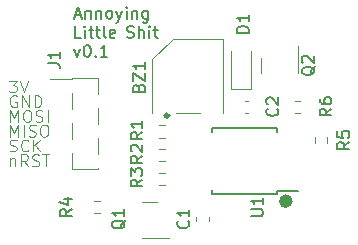
<source format=gbr>
%TF.GenerationSoftware,KiCad,Pcbnew,(7.0.0-0)*%
%TF.CreationDate,2023-10-06T17:45:21+02:00*%
%TF.ProjectId,annoying_little_shit,616e6e6f-7969-46e6-975f-6c6974746c65,rev?*%
%TF.SameCoordinates,Original*%
%TF.FileFunction,Legend,Top*%
%TF.FilePolarity,Positive*%
%FSLAX46Y46*%
G04 Gerber Fmt 4.6, Leading zero omitted, Abs format (unit mm)*
G04 Created by KiCad (PCBNEW (7.0.0-0)) date 2023-10-06 17:45:21*
%MOMM*%
%LPD*%
G01*
G04 APERTURE LIST*
%ADD10C,0.575000*%
%ADD11C,0.125000*%
%ADD12C,0.150000*%
%ADD13C,0.120000*%
%ADD14C,0.310000*%
G04 APERTURE END LIST*
D10*
X138837500Y-68500000D02*
G75*
G03*
X138837500Y-68500000I-287500J0D01*
G01*
D11*
X115238095Y-64865714D02*
X115238095Y-65532380D01*
X115238095Y-64960952D02*
X115285714Y-64913333D01*
X115285714Y-64913333D02*
X115380952Y-64865714D01*
X115380952Y-64865714D02*
X115523809Y-64865714D01*
X115523809Y-64865714D02*
X115619047Y-64913333D01*
X115619047Y-64913333D02*
X115666666Y-65008571D01*
X115666666Y-65008571D02*
X115666666Y-65532380D01*
X116714285Y-65532380D02*
X116380952Y-65056190D01*
X116142857Y-65532380D02*
X116142857Y-64532380D01*
X116142857Y-64532380D02*
X116523809Y-64532380D01*
X116523809Y-64532380D02*
X116619047Y-64580000D01*
X116619047Y-64580000D02*
X116666666Y-64627619D01*
X116666666Y-64627619D02*
X116714285Y-64722857D01*
X116714285Y-64722857D02*
X116714285Y-64865714D01*
X116714285Y-64865714D02*
X116666666Y-64960952D01*
X116666666Y-64960952D02*
X116619047Y-65008571D01*
X116619047Y-65008571D02*
X116523809Y-65056190D01*
X116523809Y-65056190D02*
X116142857Y-65056190D01*
X117095238Y-65484761D02*
X117238095Y-65532380D01*
X117238095Y-65532380D02*
X117476190Y-65532380D01*
X117476190Y-65532380D02*
X117571428Y-65484761D01*
X117571428Y-65484761D02*
X117619047Y-65437142D01*
X117619047Y-65437142D02*
X117666666Y-65341904D01*
X117666666Y-65341904D02*
X117666666Y-65246666D01*
X117666666Y-65246666D02*
X117619047Y-65151428D01*
X117619047Y-65151428D02*
X117571428Y-65103809D01*
X117571428Y-65103809D02*
X117476190Y-65056190D01*
X117476190Y-65056190D02*
X117285714Y-65008571D01*
X117285714Y-65008571D02*
X117190476Y-64960952D01*
X117190476Y-64960952D02*
X117142857Y-64913333D01*
X117142857Y-64913333D02*
X117095238Y-64818095D01*
X117095238Y-64818095D02*
X117095238Y-64722857D01*
X117095238Y-64722857D02*
X117142857Y-64627619D01*
X117142857Y-64627619D02*
X117190476Y-64580000D01*
X117190476Y-64580000D02*
X117285714Y-64532380D01*
X117285714Y-64532380D02*
X117523809Y-64532380D01*
X117523809Y-64532380D02*
X117666666Y-64580000D01*
X117952381Y-64532380D02*
X118523809Y-64532380D01*
X118238095Y-65532380D02*
X118238095Y-64532380D01*
X115190476Y-64234761D02*
X115333333Y-64282380D01*
X115333333Y-64282380D02*
X115571428Y-64282380D01*
X115571428Y-64282380D02*
X115666666Y-64234761D01*
X115666666Y-64234761D02*
X115714285Y-64187142D01*
X115714285Y-64187142D02*
X115761904Y-64091904D01*
X115761904Y-64091904D02*
X115761904Y-63996666D01*
X115761904Y-63996666D02*
X115714285Y-63901428D01*
X115714285Y-63901428D02*
X115666666Y-63853809D01*
X115666666Y-63853809D02*
X115571428Y-63806190D01*
X115571428Y-63806190D02*
X115380952Y-63758571D01*
X115380952Y-63758571D02*
X115285714Y-63710952D01*
X115285714Y-63710952D02*
X115238095Y-63663333D01*
X115238095Y-63663333D02*
X115190476Y-63568095D01*
X115190476Y-63568095D02*
X115190476Y-63472857D01*
X115190476Y-63472857D02*
X115238095Y-63377619D01*
X115238095Y-63377619D02*
X115285714Y-63330000D01*
X115285714Y-63330000D02*
X115380952Y-63282380D01*
X115380952Y-63282380D02*
X115619047Y-63282380D01*
X115619047Y-63282380D02*
X115761904Y-63330000D01*
X116761904Y-64187142D02*
X116714285Y-64234761D01*
X116714285Y-64234761D02*
X116571428Y-64282380D01*
X116571428Y-64282380D02*
X116476190Y-64282380D01*
X116476190Y-64282380D02*
X116333333Y-64234761D01*
X116333333Y-64234761D02*
X116238095Y-64139523D01*
X116238095Y-64139523D02*
X116190476Y-64044285D01*
X116190476Y-64044285D02*
X116142857Y-63853809D01*
X116142857Y-63853809D02*
X116142857Y-63710952D01*
X116142857Y-63710952D02*
X116190476Y-63520476D01*
X116190476Y-63520476D02*
X116238095Y-63425238D01*
X116238095Y-63425238D02*
X116333333Y-63330000D01*
X116333333Y-63330000D02*
X116476190Y-63282380D01*
X116476190Y-63282380D02*
X116571428Y-63282380D01*
X116571428Y-63282380D02*
X116714285Y-63330000D01*
X116714285Y-63330000D02*
X116761904Y-63377619D01*
X117190476Y-64282380D02*
X117190476Y-63282380D01*
X117761904Y-64282380D02*
X117333333Y-63710952D01*
X117761904Y-63282380D02*
X117190476Y-63853809D01*
D12*
X120690476Y-52756666D02*
X121166666Y-52756666D01*
X120595238Y-53042380D02*
X120928571Y-52042380D01*
X120928571Y-52042380D02*
X121261904Y-53042380D01*
X121595238Y-52375714D02*
X121595238Y-53042380D01*
X121595238Y-52470952D02*
X121642857Y-52423333D01*
X121642857Y-52423333D02*
X121738095Y-52375714D01*
X121738095Y-52375714D02*
X121880952Y-52375714D01*
X121880952Y-52375714D02*
X121976190Y-52423333D01*
X121976190Y-52423333D02*
X122023809Y-52518571D01*
X122023809Y-52518571D02*
X122023809Y-53042380D01*
X122500000Y-52375714D02*
X122500000Y-53042380D01*
X122500000Y-52470952D02*
X122547619Y-52423333D01*
X122547619Y-52423333D02*
X122642857Y-52375714D01*
X122642857Y-52375714D02*
X122785714Y-52375714D01*
X122785714Y-52375714D02*
X122880952Y-52423333D01*
X122880952Y-52423333D02*
X122928571Y-52518571D01*
X122928571Y-52518571D02*
X122928571Y-53042380D01*
X123547619Y-53042380D02*
X123452381Y-52994761D01*
X123452381Y-52994761D02*
X123404762Y-52947142D01*
X123404762Y-52947142D02*
X123357143Y-52851904D01*
X123357143Y-52851904D02*
X123357143Y-52566190D01*
X123357143Y-52566190D02*
X123404762Y-52470952D01*
X123404762Y-52470952D02*
X123452381Y-52423333D01*
X123452381Y-52423333D02*
X123547619Y-52375714D01*
X123547619Y-52375714D02*
X123690476Y-52375714D01*
X123690476Y-52375714D02*
X123785714Y-52423333D01*
X123785714Y-52423333D02*
X123833333Y-52470952D01*
X123833333Y-52470952D02*
X123880952Y-52566190D01*
X123880952Y-52566190D02*
X123880952Y-52851904D01*
X123880952Y-52851904D02*
X123833333Y-52947142D01*
X123833333Y-52947142D02*
X123785714Y-52994761D01*
X123785714Y-52994761D02*
X123690476Y-53042380D01*
X123690476Y-53042380D02*
X123547619Y-53042380D01*
X124214286Y-52375714D02*
X124452381Y-53042380D01*
X124690476Y-52375714D02*
X124452381Y-53042380D01*
X124452381Y-53042380D02*
X124357143Y-53280476D01*
X124357143Y-53280476D02*
X124309524Y-53328095D01*
X124309524Y-53328095D02*
X124214286Y-53375714D01*
X125071429Y-53042380D02*
X125071429Y-52375714D01*
X125071429Y-52042380D02*
X125023810Y-52090000D01*
X125023810Y-52090000D02*
X125071429Y-52137619D01*
X125071429Y-52137619D02*
X125119048Y-52090000D01*
X125119048Y-52090000D02*
X125071429Y-52042380D01*
X125071429Y-52042380D02*
X125071429Y-52137619D01*
X125547619Y-52375714D02*
X125547619Y-53042380D01*
X125547619Y-52470952D02*
X125595238Y-52423333D01*
X125595238Y-52423333D02*
X125690476Y-52375714D01*
X125690476Y-52375714D02*
X125833333Y-52375714D01*
X125833333Y-52375714D02*
X125928571Y-52423333D01*
X125928571Y-52423333D02*
X125976190Y-52518571D01*
X125976190Y-52518571D02*
X125976190Y-53042380D01*
X126880952Y-52375714D02*
X126880952Y-53185238D01*
X126880952Y-53185238D02*
X126833333Y-53280476D01*
X126833333Y-53280476D02*
X126785714Y-53328095D01*
X126785714Y-53328095D02*
X126690476Y-53375714D01*
X126690476Y-53375714D02*
X126547619Y-53375714D01*
X126547619Y-53375714D02*
X126452381Y-53328095D01*
X126880952Y-52994761D02*
X126785714Y-53042380D01*
X126785714Y-53042380D02*
X126595238Y-53042380D01*
X126595238Y-53042380D02*
X126500000Y-52994761D01*
X126500000Y-52994761D02*
X126452381Y-52947142D01*
X126452381Y-52947142D02*
X126404762Y-52851904D01*
X126404762Y-52851904D02*
X126404762Y-52566190D01*
X126404762Y-52566190D02*
X126452381Y-52470952D01*
X126452381Y-52470952D02*
X126500000Y-52423333D01*
X126500000Y-52423333D02*
X126595238Y-52375714D01*
X126595238Y-52375714D02*
X126785714Y-52375714D01*
X126785714Y-52375714D02*
X126880952Y-52423333D01*
X121214285Y-54662380D02*
X120738095Y-54662380D01*
X120738095Y-54662380D02*
X120738095Y-53662380D01*
X121547619Y-54662380D02*
X121547619Y-53995714D01*
X121547619Y-53662380D02*
X121500000Y-53710000D01*
X121500000Y-53710000D02*
X121547619Y-53757619D01*
X121547619Y-53757619D02*
X121595238Y-53710000D01*
X121595238Y-53710000D02*
X121547619Y-53662380D01*
X121547619Y-53662380D02*
X121547619Y-53757619D01*
X121880952Y-53995714D02*
X122261904Y-53995714D01*
X122023809Y-53662380D02*
X122023809Y-54519523D01*
X122023809Y-54519523D02*
X122071428Y-54614761D01*
X122071428Y-54614761D02*
X122166666Y-54662380D01*
X122166666Y-54662380D02*
X122261904Y-54662380D01*
X122452381Y-53995714D02*
X122833333Y-53995714D01*
X122595238Y-53662380D02*
X122595238Y-54519523D01*
X122595238Y-54519523D02*
X122642857Y-54614761D01*
X122642857Y-54614761D02*
X122738095Y-54662380D01*
X122738095Y-54662380D02*
X122833333Y-54662380D01*
X123309524Y-54662380D02*
X123214286Y-54614761D01*
X123214286Y-54614761D02*
X123166667Y-54519523D01*
X123166667Y-54519523D02*
X123166667Y-53662380D01*
X124071429Y-54614761D02*
X123976191Y-54662380D01*
X123976191Y-54662380D02*
X123785715Y-54662380D01*
X123785715Y-54662380D02*
X123690477Y-54614761D01*
X123690477Y-54614761D02*
X123642858Y-54519523D01*
X123642858Y-54519523D02*
X123642858Y-54138571D01*
X123642858Y-54138571D02*
X123690477Y-54043333D01*
X123690477Y-54043333D02*
X123785715Y-53995714D01*
X123785715Y-53995714D02*
X123976191Y-53995714D01*
X123976191Y-53995714D02*
X124071429Y-54043333D01*
X124071429Y-54043333D02*
X124119048Y-54138571D01*
X124119048Y-54138571D02*
X124119048Y-54233809D01*
X124119048Y-54233809D02*
X123642858Y-54329047D01*
X125100001Y-54614761D02*
X125242858Y-54662380D01*
X125242858Y-54662380D02*
X125480953Y-54662380D01*
X125480953Y-54662380D02*
X125576191Y-54614761D01*
X125576191Y-54614761D02*
X125623810Y-54567142D01*
X125623810Y-54567142D02*
X125671429Y-54471904D01*
X125671429Y-54471904D02*
X125671429Y-54376666D01*
X125671429Y-54376666D02*
X125623810Y-54281428D01*
X125623810Y-54281428D02*
X125576191Y-54233809D01*
X125576191Y-54233809D02*
X125480953Y-54186190D01*
X125480953Y-54186190D02*
X125290477Y-54138571D01*
X125290477Y-54138571D02*
X125195239Y-54090952D01*
X125195239Y-54090952D02*
X125147620Y-54043333D01*
X125147620Y-54043333D02*
X125100001Y-53948095D01*
X125100001Y-53948095D02*
X125100001Y-53852857D01*
X125100001Y-53852857D02*
X125147620Y-53757619D01*
X125147620Y-53757619D02*
X125195239Y-53710000D01*
X125195239Y-53710000D02*
X125290477Y-53662380D01*
X125290477Y-53662380D02*
X125528572Y-53662380D01*
X125528572Y-53662380D02*
X125671429Y-53710000D01*
X126100001Y-54662380D02*
X126100001Y-53662380D01*
X126528572Y-54662380D02*
X126528572Y-54138571D01*
X126528572Y-54138571D02*
X126480953Y-54043333D01*
X126480953Y-54043333D02*
X126385715Y-53995714D01*
X126385715Y-53995714D02*
X126242858Y-53995714D01*
X126242858Y-53995714D02*
X126147620Y-54043333D01*
X126147620Y-54043333D02*
X126100001Y-54090952D01*
X127004763Y-54662380D02*
X127004763Y-53995714D01*
X127004763Y-53662380D02*
X126957144Y-53710000D01*
X126957144Y-53710000D02*
X127004763Y-53757619D01*
X127004763Y-53757619D02*
X127052382Y-53710000D01*
X127052382Y-53710000D02*
X127004763Y-53662380D01*
X127004763Y-53662380D02*
X127004763Y-53757619D01*
X127338096Y-53995714D02*
X127719048Y-53995714D01*
X127480953Y-53662380D02*
X127480953Y-54519523D01*
X127480953Y-54519523D02*
X127528572Y-54614761D01*
X127528572Y-54614761D02*
X127623810Y-54662380D01*
X127623810Y-54662380D02*
X127719048Y-54662380D01*
X120642857Y-55615714D02*
X120880952Y-56282380D01*
X120880952Y-56282380D02*
X121119047Y-55615714D01*
X121690476Y-55282380D02*
X121785714Y-55282380D01*
X121785714Y-55282380D02*
X121880952Y-55330000D01*
X121880952Y-55330000D02*
X121928571Y-55377619D01*
X121928571Y-55377619D02*
X121976190Y-55472857D01*
X121976190Y-55472857D02*
X122023809Y-55663333D01*
X122023809Y-55663333D02*
X122023809Y-55901428D01*
X122023809Y-55901428D02*
X121976190Y-56091904D01*
X121976190Y-56091904D02*
X121928571Y-56187142D01*
X121928571Y-56187142D02*
X121880952Y-56234761D01*
X121880952Y-56234761D02*
X121785714Y-56282380D01*
X121785714Y-56282380D02*
X121690476Y-56282380D01*
X121690476Y-56282380D02*
X121595238Y-56234761D01*
X121595238Y-56234761D02*
X121547619Y-56187142D01*
X121547619Y-56187142D02*
X121500000Y-56091904D01*
X121500000Y-56091904D02*
X121452381Y-55901428D01*
X121452381Y-55901428D02*
X121452381Y-55663333D01*
X121452381Y-55663333D02*
X121500000Y-55472857D01*
X121500000Y-55472857D02*
X121547619Y-55377619D01*
X121547619Y-55377619D02*
X121595238Y-55330000D01*
X121595238Y-55330000D02*
X121690476Y-55282380D01*
X122452381Y-56187142D02*
X122500000Y-56234761D01*
X122500000Y-56234761D02*
X122452381Y-56282380D01*
X122452381Y-56282380D02*
X122404762Y-56234761D01*
X122404762Y-56234761D02*
X122452381Y-56187142D01*
X122452381Y-56187142D02*
X122452381Y-56282380D01*
X123452380Y-56282380D02*
X122880952Y-56282380D01*
X123166666Y-56282380D02*
X123166666Y-55282380D01*
X123166666Y-55282380D02*
X123071428Y-55425238D01*
X123071428Y-55425238D02*
X122976190Y-55520476D01*
X122976190Y-55520476D02*
X122880952Y-55568095D01*
D11*
X115142857Y-58282380D02*
X115761904Y-58282380D01*
X115761904Y-58282380D02*
X115428571Y-58663333D01*
X115428571Y-58663333D02*
X115571428Y-58663333D01*
X115571428Y-58663333D02*
X115666666Y-58710952D01*
X115666666Y-58710952D02*
X115714285Y-58758571D01*
X115714285Y-58758571D02*
X115761904Y-58853809D01*
X115761904Y-58853809D02*
X115761904Y-59091904D01*
X115761904Y-59091904D02*
X115714285Y-59187142D01*
X115714285Y-59187142D02*
X115666666Y-59234761D01*
X115666666Y-59234761D02*
X115571428Y-59282380D01*
X115571428Y-59282380D02*
X115285714Y-59282380D01*
X115285714Y-59282380D02*
X115190476Y-59234761D01*
X115190476Y-59234761D02*
X115142857Y-59187142D01*
X116047619Y-58282380D02*
X116380952Y-59282380D01*
X116380952Y-59282380D02*
X116714285Y-58282380D01*
X115238095Y-63032380D02*
X115238095Y-62032380D01*
X115238095Y-62032380D02*
X115571428Y-62746666D01*
X115571428Y-62746666D02*
X115904761Y-62032380D01*
X115904761Y-62032380D02*
X115904761Y-63032380D01*
X116380952Y-63032380D02*
X116380952Y-62032380D01*
X116809523Y-62984761D02*
X116952380Y-63032380D01*
X116952380Y-63032380D02*
X117190475Y-63032380D01*
X117190475Y-63032380D02*
X117285713Y-62984761D01*
X117285713Y-62984761D02*
X117333332Y-62937142D01*
X117333332Y-62937142D02*
X117380951Y-62841904D01*
X117380951Y-62841904D02*
X117380951Y-62746666D01*
X117380951Y-62746666D02*
X117333332Y-62651428D01*
X117333332Y-62651428D02*
X117285713Y-62603809D01*
X117285713Y-62603809D02*
X117190475Y-62556190D01*
X117190475Y-62556190D02*
X116999999Y-62508571D01*
X116999999Y-62508571D02*
X116904761Y-62460952D01*
X116904761Y-62460952D02*
X116857142Y-62413333D01*
X116857142Y-62413333D02*
X116809523Y-62318095D01*
X116809523Y-62318095D02*
X116809523Y-62222857D01*
X116809523Y-62222857D02*
X116857142Y-62127619D01*
X116857142Y-62127619D02*
X116904761Y-62080000D01*
X116904761Y-62080000D02*
X116999999Y-62032380D01*
X116999999Y-62032380D02*
X117238094Y-62032380D01*
X117238094Y-62032380D02*
X117380951Y-62080000D01*
X117999999Y-62032380D02*
X118190475Y-62032380D01*
X118190475Y-62032380D02*
X118285713Y-62080000D01*
X118285713Y-62080000D02*
X118380951Y-62175238D01*
X118380951Y-62175238D02*
X118428570Y-62365714D01*
X118428570Y-62365714D02*
X118428570Y-62699047D01*
X118428570Y-62699047D02*
X118380951Y-62889523D01*
X118380951Y-62889523D02*
X118285713Y-62984761D01*
X118285713Y-62984761D02*
X118190475Y-63032380D01*
X118190475Y-63032380D02*
X117999999Y-63032380D01*
X117999999Y-63032380D02*
X117904761Y-62984761D01*
X117904761Y-62984761D02*
X117809523Y-62889523D01*
X117809523Y-62889523D02*
X117761904Y-62699047D01*
X117761904Y-62699047D02*
X117761904Y-62365714D01*
X117761904Y-62365714D02*
X117809523Y-62175238D01*
X117809523Y-62175238D02*
X117904761Y-62080000D01*
X117904761Y-62080000D02*
X117999999Y-62032380D01*
X115761904Y-59580000D02*
X115666666Y-59532380D01*
X115666666Y-59532380D02*
X115523809Y-59532380D01*
X115523809Y-59532380D02*
X115380952Y-59580000D01*
X115380952Y-59580000D02*
X115285714Y-59675238D01*
X115285714Y-59675238D02*
X115238095Y-59770476D01*
X115238095Y-59770476D02*
X115190476Y-59960952D01*
X115190476Y-59960952D02*
X115190476Y-60103809D01*
X115190476Y-60103809D02*
X115238095Y-60294285D01*
X115238095Y-60294285D02*
X115285714Y-60389523D01*
X115285714Y-60389523D02*
X115380952Y-60484761D01*
X115380952Y-60484761D02*
X115523809Y-60532380D01*
X115523809Y-60532380D02*
X115619047Y-60532380D01*
X115619047Y-60532380D02*
X115761904Y-60484761D01*
X115761904Y-60484761D02*
X115809523Y-60437142D01*
X115809523Y-60437142D02*
X115809523Y-60103809D01*
X115809523Y-60103809D02*
X115619047Y-60103809D01*
X116238095Y-60532380D02*
X116238095Y-59532380D01*
X116238095Y-59532380D02*
X116809523Y-60532380D01*
X116809523Y-60532380D02*
X116809523Y-59532380D01*
X117285714Y-60532380D02*
X117285714Y-59532380D01*
X117285714Y-59532380D02*
X117523809Y-59532380D01*
X117523809Y-59532380D02*
X117666666Y-59580000D01*
X117666666Y-59580000D02*
X117761904Y-59675238D01*
X117761904Y-59675238D02*
X117809523Y-59770476D01*
X117809523Y-59770476D02*
X117857142Y-59960952D01*
X117857142Y-59960952D02*
X117857142Y-60103809D01*
X117857142Y-60103809D02*
X117809523Y-60294285D01*
X117809523Y-60294285D02*
X117761904Y-60389523D01*
X117761904Y-60389523D02*
X117666666Y-60484761D01*
X117666666Y-60484761D02*
X117523809Y-60532380D01*
X117523809Y-60532380D02*
X117285714Y-60532380D01*
X115238095Y-61782380D02*
X115238095Y-60782380D01*
X115238095Y-60782380D02*
X115571428Y-61496666D01*
X115571428Y-61496666D02*
X115904761Y-60782380D01*
X115904761Y-60782380D02*
X115904761Y-61782380D01*
X116571428Y-60782380D02*
X116761904Y-60782380D01*
X116761904Y-60782380D02*
X116857142Y-60830000D01*
X116857142Y-60830000D02*
X116952380Y-60925238D01*
X116952380Y-60925238D02*
X116999999Y-61115714D01*
X116999999Y-61115714D02*
X116999999Y-61449047D01*
X116999999Y-61449047D02*
X116952380Y-61639523D01*
X116952380Y-61639523D02*
X116857142Y-61734761D01*
X116857142Y-61734761D02*
X116761904Y-61782380D01*
X116761904Y-61782380D02*
X116571428Y-61782380D01*
X116571428Y-61782380D02*
X116476190Y-61734761D01*
X116476190Y-61734761D02*
X116380952Y-61639523D01*
X116380952Y-61639523D02*
X116333333Y-61449047D01*
X116333333Y-61449047D02*
X116333333Y-61115714D01*
X116333333Y-61115714D02*
X116380952Y-60925238D01*
X116380952Y-60925238D02*
X116476190Y-60830000D01*
X116476190Y-60830000D02*
X116571428Y-60782380D01*
X117380952Y-61734761D02*
X117523809Y-61782380D01*
X117523809Y-61782380D02*
X117761904Y-61782380D01*
X117761904Y-61782380D02*
X117857142Y-61734761D01*
X117857142Y-61734761D02*
X117904761Y-61687142D01*
X117904761Y-61687142D02*
X117952380Y-61591904D01*
X117952380Y-61591904D02*
X117952380Y-61496666D01*
X117952380Y-61496666D02*
X117904761Y-61401428D01*
X117904761Y-61401428D02*
X117857142Y-61353809D01*
X117857142Y-61353809D02*
X117761904Y-61306190D01*
X117761904Y-61306190D02*
X117571428Y-61258571D01*
X117571428Y-61258571D02*
X117476190Y-61210952D01*
X117476190Y-61210952D02*
X117428571Y-61163333D01*
X117428571Y-61163333D02*
X117380952Y-61068095D01*
X117380952Y-61068095D02*
X117380952Y-60972857D01*
X117380952Y-60972857D02*
X117428571Y-60877619D01*
X117428571Y-60877619D02*
X117476190Y-60830000D01*
X117476190Y-60830000D02*
X117571428Y-60782380D01*
X117571428Y-60782380D02*
X117809523Y-60782380D01*
X117809523Y-60782380D02*
X117952380Y-60830000D01*
X118380952Y-61782380D02*
X118380952Y-60782380D01*
D12*
%TO.C,R6*%
X142417380Y-60666666D02*
X141941190Y-60999999D01*
X142417380Y-61238094D02*
X141417380Y-61238094D01*
X141417380Y-61238094D02*
X141417380Y-60857142D01*
X141417380Y-60857142D02*
X141465000Y-60761904D01*
X141465000Y-60761904D02*
X141512619Y-60714285D01*
X141512619Y-60714285D02*
X141607857Y-60666666D01*
X141607857Y-60666666D02*
X141750714Y-60666666D01*
X141750714Y-60666666D02*
X141845952Y-60714285D01*
X141845952Y-60714285D02*
X141893571Y-60761904D01*
X141893571Y-60761904D02*
X141941190Y-60857142D01*
X141941190Y-60857142D02*
X141941190Y-61238094D01*
X141417380Y-59809523D02*
X141417380Y-59999999D01*
X141417380Y-59999999D02*
X141465000Y-60095237D01*
X141465000Y-60095237D02*
X141512619Y-60142856D01*
X141512619Y-60142856D02*
X141655476Y-60238094D01*
X141655476Y-60238094D02*
X141845952Y-60285713D01*
X141845952Y-60285713D02*
X142226904Y-60285713D01*
X142226904Y-60285713D02*
X142322142Y-60238094D01*
X142322142Y-60238094D02*
X142369761Y-60190475D01*
X142369761Y-60190475D02*
X142417380Y-60095237D01*
X142417380Y-60095237D02*
X142417380Y-59904761D01*
X142417380Y-59904761D02*
X142369761Y-59809523D01*
X142369761Y-59809523D02*
X142322142Y-59761904D01*
X142322142Y-59761904D02*
X142226904Y-59714285D01*
X142226904Y-59714285D02*
X141988809Y-59714285D01*
X141988809Y-59714285D02*
X141893571Y-59761904D01*
X141893571Y-59761904D02*
X141845952Y-59809523D01*
X141845952Y-59809523D02*
X141798333Y-59904761D01*
X141798333Y-59904761D02*
X141798333Y-60095237D01*
X141798333Y-60095237D02*
X141845952Y-60190475D01*
X141845952Y-60190475D02*
X141893571Y-60238094D01*
X141893571Y-60238094D02*
X141988809Y-60285713D01*
%TO.C,R5*%
X143917380Y-63491666D02*
X143441190Y-63824999D01*
X143917380Y-64063094D02*
X142917380Y-64063094D01*
X142917380Y-64063094D02*
X142917380Y-63682142D01*
X142917380Y-63682142D02*
X142965000Y-63586904D01*
X142965000Y-63586904D02*
X143012619Y-63539285D01*
X143012619Y-63539285D02*
X143107857Y-63491666D01*
X143107857Y-63491666D02*
X143250714Y-63491666D01*
X143250714Y-63491666D02*
X143345952Y-63539285D01*
X143345952Y-63539285D02*
X143393571Y-63586904D01*
X143393571Y-63586904D02*
X143441190Y-63682142D01*
X143441190Y-63682142D02*
X143441190Y-64063094D01*
X142917380Y-62586904D02*
X142917380Y-63063094D01*
X142917380Y-63063094D02*
X143393571Y-63110713D01*
X143393571Y-63110713D02*
X143345952Y-63063094D01*
X143345952Y-63063094D02*
X143298333Y-62967856D01*
X143298333Y-62967856D02*
X143298333Y-62729761D01*
X143298333Y-62729761D02*
X143345952Y-62634523D01*
X143345952Y-62634523D02*
X143393571Y-62586904D01*
X143393571Y-62586904D02*
X143488809Y-62539285D01*
X143488809Y-62539285D02*
X143726904Y-62539285D01*
X143726904Y-62539285D02*
X143822142Y-62586904D01*
X143822142Y-62586904D02*
X143869761Y-62634523D01*
X143869761Y-62634523D02*
X143917380Y-62729761D01*
X143917380Y-62729761D02*
X143917380Y-62967856D01*
X143917380Y-62967856D02*
X143869761Y-63063094D01*
X143869761Y-63063094D02*
X143822142Y-63110713D01*
%TO.C,C2*%
X137822142Y-60666666D02*
X137869761Y-60714285D01*
X137869761Y-60714285D02*
X137917380Y-60857142D01*
X137917380Y-60857142D02*
X137917380Y-60952380D01*
X137917380Y-60952380D02*
X137869761Y-61095237D01*
X137869761Y-61095237D02*
X137774523Y-61190475D01*
X137774523Y-61190475D02*
X137679285Y-61238094D01*
X137679285Y-61238094D02*
X137488809Y-61285713D01*
X137488809Y-61285713D02*
X137345952Y-61285713D01*
X137345952Y-61285713D02*
X137155476Y-61238094D01*
X137155476Y-61238094D02*
X137060238Y-61190475D01*
X137060238Y-61190475D02*
X136965000Y-61095237D01*
X136965000Y-61095237D02*
X136917380Y-60952380D01*
X136917380Y-60952380D02*
X136917380Y-60857142D01*
X136917380Y-60857142D02*
X136965000Y-60714285D01*
X136965000Y-60714285D02*
X137012619Y-60666666D01*
X137012619Y-60285713D02*
X136965000Y-60238094D01*
X136965000Y-60238094D02*
X136917380Y-60142856D01*
X136917380Y-60142856D02*
X136917380Y-59904761D01*
X136917380Y-59904761D02*
X136965000Y-59809523D01*
X136965000Y-59809523D02*
X137012619Y-59761904D01*
X137012619Y-59761904D02*
X137107857Y-59714285D01*
X137107857Y-59714285D02*
X137203095Y-59714285D01*
X137203095Y-59714285D02*
X137345952Y-59761904D01*
X137345952Y-59761904D02*
X137917380Y-60333332D01*
X137917380Y-60333332D02*
X137917380Y-59714285D01*
%TO.C,U1*%
X135617380Y-69761904D02*
X136426904Y-69761904D01*
X136426904Y-69761904D02*
X136522142Y-69714285D01*
X136522142Y-69714285D02*
X136569761Y-69666666D01*
X136569761Y-69666666D02*
X136617380Y-69571428D01*
X136617380Y-69571428D02*
X136617380Y-69380952D01*
X136617380Y-69380952D02*
X136569761Y-69285714D01*
X136569761Y-69285714D02*
X136522142Y-69238095D01*
X136522142Y-69238095D02*
X136426904Y-69190476D01*
X136426904Y-69190476D02*
X135617380Y-69190476D01*
X136617380Y-68190476D02*
X136617380Y-68761904D01*
X136617380Y-68476190D02*
X135617380Y-68476190D01*
X135617380Y-68476190D02*
X135760238Y-68571428D01*
X135760238Y-68571428D02*
X135855476Y-68666666D01*
X135855476Y-68666666D02*
X135903095Y-68761904D01*
%TO.C,R1*%
X126417380Y-62666666D02*
X125941190Y-62999999D01*
X126417380Y-63238094D02*
X125417380Y-63238094D01*
X125417380Y-63238094D02*
X125417380Y-62857142D01*
X125417380Y-62857142D02*
X125465000Y-62761904D01*
X125465000Y-62761904D02*
X125512619Y-62714285D01*
X125512619Y-62714285D02*
X125607857Y-62666666D01*
X125607857Y-62666666D02*
X125750714Y-62666666D01*
X125750714Y-62666666D02*
X125845952Y-62714285D01*
X125845952Y-62714285D02*
X125893571Y-62761904D01*
X125893571Y-62761904D02*
X125941190Y-62857142D01*
X125941190Y-62857142D02*
X125941190Y-63238094D01*
X126417380Y-61714285D02*
X126417380Y-62285713D01*
X126417380Y-61999999D02*
X125417380Y-61999999D01*
X125417380Y-61999999D02*
X125560238Y-62095237D01*
X125560238Y-62095237D02*
X125655476Y-62190475D01*
X125655476Y-62190475D02*
X125703095Y-62285713D01*
%TO.C,BZ1*%
X126093571Y-58880952D02*
X126141190Y-58738095D01*
X126141190Y-58738095D02*
X126188809Y-58690476D01*
X126188809Y-58690476D02*
X126284047Y-58642857D01*
X126284047Y-58642857D02*
X126426904Y-58642857D01*
X126426904Y-58642857D02*
X126522142Y-58690476D01*
X126522142Y-58690476D02*
X126569761Y-58738095D01*
X126569761Y-58738095D02*
X126617380Y-58833333D01*
X126617380Y-58833333D02*
X126617380Y-59214285D01*
X126617380Y-59214285D02*
X125617380Y-59214285D01*
X125617380Y-59214285D02*
X125617380Y-58880952D01*
X125617380Y-58880952D02*
X125665000Y-58785714D01*
X125665000Y-58785714D02*
X125712619Y-58738095D01*
X125712619Y-58738095D02*
X125807857Y-58690476D01*
X125807857Y-58690476D02*
X125903095Y-58690476D01*
X125903095Y-58690476D02*
X125998333Y-58738095D01*
X125998333Y-58738095D02*
X126045952Y-58785714D01*
X126045952Y-58785714D02*
X126093571Y-58880952D01*
X126093571Y-58880952D02*
X126093571Y-59214285D01*
X125617380Y-58309523D02*
X125617380Y-57642857D01*
X125617380Y-57642857D02*
X126617380Y-58309523D01*
X126617380Y-58309523D02*
X126617380Y-57642857D01*
X126617380Y-56738095D02*
X126617380Y-57309523D01*
X126617380Y-57023809D02*
X125617380Y-57023809D01*
X125617380Y-57023809D02*
X125760238Y-57119047D01*
X125760238Y-57119047D02*
X125855476Y-57214285D01*
X125855476Y-57214285D02*
X125903095Y-57309523D01*
%TO.C,J1*%
X118417380Y-56833333D02*
X119131666Y-56833333D01*
X119131666Y-56833333D02*
X119274523Y-56880952D01*
X119274523Y-56880952D02*
X119369761Y-56976190D01*
X119369761Y-56976190D02*
X119417380Y-57119047D01*
X119417380Y-57119047D02*
X119417380Y-57214285D01*
X119417380Y-55833333D02*
X119417380Y-56404761D01*
X119417380Y-56119047D02*
X118417380Y-56119047D01*
X118417380Y-56119047D02*
X118560238Y-56214285D01*
X118560238Y-56214285D02*
X118655476Y-56309523D01*
X118655476Y-56309523D02*
X118703095Y-56404761D01*
%TO.C,R4*%
X120417380Y-69166666D02*
X119941190Y-69499999D01*
X120417380Y-69738094D02*
X119417380Y-69738094D01*
X119417380Y-69738094D02*
X119417380Y-69357142D01*
X119417380Y-69357142D02*
X119465000Y-69261904D01*
X119465000Y-69261904D02*
X119512619Y-69214285D01*
X119512619Y-69214285D02*
X119607857Y-69166666D01*
X119607857Y-69166666D02*
X119750714Y-69166666D01*
X119750714Y-69166666D02*
X119845952Y-69214285D01*
X119845952Y-69214285D02*
X119893571Y-69261904D01*
X119893571Y-69261904D02*
X119941190Y-69357142D01*
X119941190Y-69357142D02*
X119941190Y-69738094D01*
X119750714Y-68309523D02*
X120417380Y-68309523D01*
X119369761Y-68547618D02*
X120084047Y-68785713D01*
X120084047Y-68785713D02*
X120084047Y-68166666D01*
%TO.C,Q1*%
X124962619Y-70095238D02*
X124915000Y-70190476D01*
X124915000Y-70190476D02*
X124819761Y-70285714D01*
X124819761Y-70285714D02*
X124676904Y-70428571D01*
X124676904Y-70428571D02*
X124629285Y-70523809D01*
X124629285Y-70523809D02*
X124629285Y-70619047D01*
X124867380Y-70571428D02*
X124819761Y-70666666D01*
X124819761Y-70666666D02*
X124724523Y-70761904D01*
X124724523Y-70761904D02*
X124534047Y-70809523D01*
X124534047Y-70809523D02*
X124200714Y-70809523D01*
X124200714Y-70809523D02*
X124010238Y-70761904D01*
X124010238Y-70761904D02*
X123915000Y-70666666D01*
X123915000Y-70666666D02*
X123867380Y-70571428D01*
X123867380Y-70571428D02*
X123867380Y-70380952D01*
X123867380Y-70380952D02*
X123915000Y-70285714D01*
X123915000Y-70285714D02*
X124010238Y-70190476D01*
X124010238Y-70190476D02*
X124200714Y-70142857D01*
X124200714Y-70142857D02*
X124534047Y-70142857D01*
X124534047Y-70142857D02*
X124724523Y-70190476D01*
X124724523Y-70190476D02*
X124819761Y-70285714D01*
X124819761Y-70285714D02*
X124867380Y-70380952D01*
X124867380Y-70380952D02*
X124867380Y-70571428D01*
X124867380Y-69190476D02*
X124867380Y-69761904D01*
X124867380Y-69476190D02*
X123867380Y-69476190D01*
X123867380Y-69476190D02*
X124010238Y-69571428D01*
X124010238Y-69571428D02*
X124105476Y-69666666D01*
X124105476Y-69666666D02*
X124153095Y-69761904D01*
%TO.C,Q2*%
X141012619Y-57095238D02*
X140965000Y-57190476D01*
X140965000Y-57190476D02*
X140869761Y-57285714D01*
X140869761Y-57285714D02*
X140726904Y-57428571D01*
X140726904Y-57428571D02*
X140679285Y-57523809D01*
X140679285Y-57523809D02*
X140679285Y-57619047D01*
X140917380Y-57571428D02*
X140869761Y-57666666D01*
X140869761Y-57666666D02*
X140774523Y-57761904D01*
X140774523Y-57761904D02*
X140584047Y-57809523D01*
X140584047Y-57809523D02*
X140250714Y-57809523D01*
X140250714Y-57809523D02*
X140060238Y-57761904D01*
X140060238Y-57761904D02*
X139965000Y-57666666D01*
X139965000Y-57666666D02*
X139917380Y-57571428D01*
X139917380Y-57571428D02*
X139917380Y-57380952D01*
X139917380Y-57380952D02*
X139965000Y-57285714D01*
X139965000Y-57285714D02*
X140060238Y-57190476D01*
X140060238Y-57190476D02*
X140250714Y-57142857D01*
X140250714Y-57142857D02*
X140584047Y-57142857D01*
X140584047Y-57142857D02*
X140774523Y-57190476D01*
X140774523Y-57190476D02*
X140869761Y-57285714D01*
X140869761Y-57285714D02*
X140917380Y-57380952D01*
X140917380Y-57380952D02*
X140917380Y-57571428D01*
X140012619Y-56761904D02*
X139965000Y-56714285D01*
X139965000Y-56714285D02*
X139917380Y-56619047D01*
X139917380Y-56619047D02*
X139917380Y-56380952D01*
X139917380Y-56380952D02*
X139965000Y-56285714D01*
X139965000Y-56285714D02*
X140012619Y-56238095D01*
X140012619Y-56238095D02*
X140107857Y-56190476D01*
X140107857Y-56190476D02*
X140203095Y-56190476D01*
X140203095Y-56190476D02*
X140345952Y-56238095D01*
X140345952Y-56238095D02*
X140917380Y-56809523D01*
X140917380Y-56809523D02*
X140917380Y-56190476D01*
%TO.C,R3*%
X126417380Y-66666666D02*
X125941190Y-66999999D01*
X126417380Y-67238094D02*
X125417380Y-67238094D01*
X125417380Y-67238094D02*
X125417380Y-66857142D01*
X125417380Y-66857142D02*
X125465000Y-66761904D01*
X125465000Y-66761904D02*
X125512619Y-66714285D01*
X125512619Y-66714285D02*
X125607857Y-66666666D01*
X125607857Y-66666666D02*
X125750714Y-66666666D01*
X125750714Y-66666666D02*
X125845952Y-66714285D01*
X125845952Y-66714285D02*
X125893571Y-66761904D01*
X125893571Y-66761904D02*
X125941190Y-66857142D01*
X125941190Y-66857142D02*
X125941190Y-67238094D01*
X125417380Y-66333332D02*
X125417380Y-65714285D01*
X125417380Y-65714285D02*
X125798333Y-66047618D01*
X125798333Y-66047618D02*
X125798333Y-65904761D01*
X125798333Y-65904761D02*
X125845952Y-65809523D01*
X125845952Y-65809523D02*
X125893571Y-65761904D01*
X125893571Y-65761904D02*
X125988809Y-65714285D01*
X125988809Y-65714285D02*
X126226904Y-65714285D01*
X126226904Y-65714285D02*
X126322142Y-65761904D01*
X126322142Y-65761904D02*
X126369761Y-65809523D01*
X126369761Y-65809523D02*
X126417380Y-65904761D01*
X126417380Y-65904761D02*
X126417380Y-66190475D01*
X126417380Y-66190475D02*
X126369761Y-66285713D01*
X126369761Y-66285713D02*
X126322142Y-66333332D01*
%TO.C,D1*%
X135417380Y-54238094D02*
X134417380Y-54238094D01*
X134417380Y-54238094D02*
X134417380Y-53999999D01*
X134417380Y-53999999D02*
X134465000Y-53857142D01*
X134465000Y-53857142D02*
X134560238Y-53761904D01*
X134560238Y-53761904D02*
X134655476Y-53714285D01*
X134655476Y-53714285D02*
X134845952Y-53666666D01*
X134845952Y-53666666D02*
X134988809Y-53666666D01*
X134988809Y-53666666D02*
X135179285Y-53714285D01*
X135179285Y-53714285D02*
X135274523Y-53761904D01*
X135274523Y-53761904D02*
X135369761Y-53857142D01*
X135369761Y-53857142D02*
X135417380Y-53999999D01*
X135417380Y-53999999D02*
X135417380Y-54238094D01*
X135417380Y-52714285D02*
X135417380Y-53285713D01*
X135417380Y-52999999D02*
X134417380Y-52999999D01*
X134417380Y-52999999D02*
X134560238Y-53095237D01*
X134560238Y-53095237D02*
X134655476Y-53190475D01*
X134655476Y-53190475D02*
X134703095Y-53285713D01*
%TO.C,C1*%
X130272142Y-70166666D02*
X130319761Y-70214285D01*
X130319761Y-70214285D02*
X130367380Y-70357142D01*
X130367380Y-70357142D02*
X130367380Y-70452380D01*
X130367380Y-70452380D02*
X130319761Y-70595237D01*
X130319761Y-70595237D02*
X130224523Y-70690475D01*
X130224523Y-70690475D02*
X130129285Y-70738094D01*
X130129285Y-70738094D02*
X129938809Y-70785713D01*
X129938809Y-70785713D02*
X129795952Y-70785713D01*
X129795952Y-70785713D02*
X129605476Y-70738094D01*
X129605476Y-70738094D02*
X129510238Y-70690475D01*
X129510238Y-70690475D02*
X129415000Y-70595237D01*
X129415000Y-70595237D02*
X129367380Y-70452380D01*
X129367380Y-70452380D02*
X129367380Y-70357142D01*
X129367380Y-70357142D02*
X129415000Y-70214285D01*
X129415000Y-70214285D02*
X129462619Y-70166666D01*
X130367380Y-69214285D02*
X130367380Y-69785713D01*
X130367380Y-69499999D02*
X129367380Y-69499999D01*
X129367380Y-69499999D02*
X129510238Y-69595237D01*
X129510238Y-69595237D02*
X129605476Y-69690475D01*
X129605476Y-69690475D02*
X129653095Y-69785713D01*
%TO.C,R2*%
X126417380Y-64666666D02*
X125941190Y-64999999D01*
X126417380Y-65238094D02*
X125417380Y-65238094D01*
X125417380Y-65238094D02*
X125417380Y-64857142D01*
X125417380Y-64857142D02*
X125465000Y-64761904D01*
X125465000Y-64761904D02*
X125512619Y-64714285D01*
X125512619Y-64714285D02*
X125607857Y-64666666D01*
X125607857Y-64666666D02*
X125750714Y-64666666D01*
X125750714Y-64666666D02*
X125845952Y-64714285D01*
X125845952Y-64714285D02*
X125893571Y-64761904D01*
X125893571Y-64761904D02*
X125941190Y-64857142D01*
X125941190Y-64857142D02*
X125941190Y-65238094D01*
X125512619Y-64285713D02*
X125465000Y-64238094D01*
X125465000Y-64238094D02*
X125417380Y-64142856D01*
X125417380Y-64142856D02*
X125417380Y-63904761D01*
X125417380Y-63904761D02*
X125465000Y-63809523D01*
X125465000Y-63809523D02*
X125512619Y-63761904D01*
X125512619Y-63761904D02*
X125607857Y-63714285D01*
X125607857Y-63714285D02*
X125703095Y-63714285D01*
X125703095Y-63714285D02*
X125845952Y-63761904D01*
X125845952Y-63761904D02*
X126417380Y-64333332D01*
X126417380Y-64333332D02*
X126417380Y-63714285D01*
D13*
%TO.C,R6*%
X139312742Y-59977500D02*
X139787258Y-59977500D01*
X139312742Y-61022500D02*
X139787258Y-61022500D01*
%TO.C,R5*%
X141027500Y-63562258D02*
X141027500Y-63087742D01*
X142072500Y-63562258D02*
X142072500Y-63087742D01*
%TO.C,C2*%
X135109420Y-59990000D02*
X135390580Y-59990000D01*
X135109420Y-61010000D02*
X135390580Y-61010000D01*
D12*
%TO.C,U1*%
X137800000Y-67850000D02*
X137800000Y-67645000D01*
X137800000Y-67850000D02*
X132300000Y-67850000D01*
X137800000Y-67645000D02*
X139550000Y-67645000D01*
X137800000Y-62340000D02*
X137800000Y-62640000D01*
X137800000Y-62340000D02*
X132300000Y-62340000D01*
X132300000Y-67850000D02*
X132300000Y-67550000D01*
X132300000Y-62340000D02*
X132300000Y-62640000D01*
D13*
%TO.C,R1*%
X127812742Y-62072500D02*
X128287258Y-62072500D01*
X127812742Y-63117500D02*
X128287258Y-63117500D01*
%TO.C,BZ1*%
X129250000Y-61000000D02*
X131250000Y-61000000D01*
X133250000Y-61000000D02*
X133250000Y-54750000D01*
X127250000Y-56500000D02*
X127250000Y-61000000D01*
X127250000Y-56500000D02*
X129000000Y-54750000D01*
X129000000Y-54750000D02*
X129250000Y-54750000D01*
X133250000Y-54750000D02*
X129250000Y-54750000D01*
D14*
X128655000Y-61250000D02*
G75*
G03*
X128655000Y-61250000I-155000J0D01*
G01*
D13*
%TO.C,J1*%
X120440000Y-58035000D02*
X120440000Y-58145000D01*
X120440000Y-58035000D02*
X122660000Y-58035000D01*
X120440000Y-58145000D02*
X118610000Y-58145000D01*
X120440000Y-59315000D02*
X120440000Y-60685000D01*
X120440000Y-61855000D02*
X120440000Y-63225000D01*
X120440000Y-64395000D02*
X120440000Y-65765000D01*
X120440000Y-65775000D02*
X122660000Y-65775000D01*
X122660000Y-58045000D02*
X122660000Y-59415000D01*
X122660000Y-60585000D02*
X122660000Y-61955000D01*
X122660000Y-63125000D02*
X122660000Y-64495000D01*
X122660000Y-65665000D02*
X122660000Y-65775000D01*
%TO.C,R4*%
X122312742Y-68477500D02*
X122787258Y-68477500D01*
X122312742Y-69522500D02*
X122787258Y-69522500D01*
%TO.C,Q1*%
X127000000Y-71655000D02*
X128675000Y-71655000D01*
X127000000Y-71655000D02*
X126350000Y-71655000D01*
X127000000Y-68535000D02*
X127650000Y-68535000D01*
X127000000Y-68535000D02*
X126350000Y-68535000D01*
%TO.C,Q2*%
X139610000Y-57000000D02*
X139610000Y-55325000D01*
X139610000Y-57000000D02*
X139610000Y-57650000D01*
X136490000Y-57000000D02*
X136490000Y-56350000D01*
X136490000Y-57000000D02*
X136490000Y-57650000D01*
%TO.C,R3*%
X127812742Y-66072500D02*
X128287258Y-66072500D01*
X127812742Y-67117500D02*
X128287258Y-67117500D01*
%TO.C,D1*%
X133900000Y-59010000D02*
X135600000Y-59010000D01*
X133900000Y-59010000D02*
X133900000Y-55750000D01*
X135600000Y-59010000D02*
X135600000Y-55750000D01*
%TO.C,C1*%
X132010000Y-69859420D02*
X132010000Y-70140580D01*
X130990000Y-69859420D02*
X130990000Y-70140580D01*
%TO.C,R2*%
X127812742Y-64082500D02*
X128287258Y-64082500D01*
X127812742Y-65127500D02*
X128287258Y-65127500D01*
%TD*%
M02*

</source>
